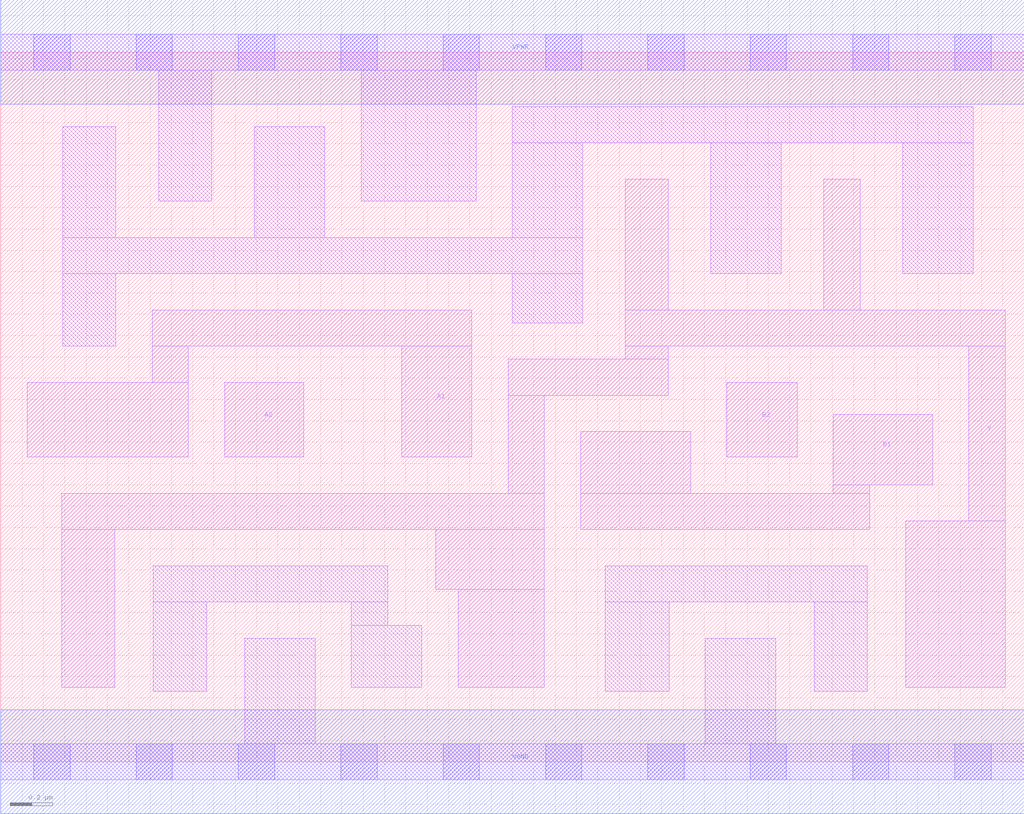
<source format=lef>
# Copyright 2020 The SkyWater PDK Authors
#
# Licensed under the Apache License, Version 2.0 (the "License");
# you may not use this file except in compliance with the License.
# You may obtain a copy of the License at
#
#     https://www.apache.org/licenses/LICENSE-2.0
#
# Unless required by applicable law or agreed to in writing, software
# distributed under the License is distributed on an "AS IS" BASIS,
# WITHOUT WARRANTIES OR CONDITIONS OF ANY KIND, either express or implied.
# See the License for the specific language governing permissions and
# limitations under the License.
#
# SPDX-License-Identifier: Apache-2.0

VERSION 5.7 ;
  NAMESCASESENSITIVE ON ;
  NOWIREEXTENSIONATPIN ON ;
  DIVIDERCHAR "/" ;
  BUSBITCHARS "[]" ;
UNITS
  DATABASE MICRONS 200 ;
END UNITS
MACRO sky130_fd_sc_ms__a22oi_2
  CLASS CORE ;
  FOREIGN sky130_fd_sc_ms__a22oi_2 ;
  ORIGIN  0.000000  0.000000 ;
  SIZE  4.800000 BY  3.330000 ;
  SYMMETRY X Y ;
  SITE unit ;
  PIN A1
    ANTENNAGATEAREA  0.625200 ;
    DIRECTION INPUT ;
    USE SIGNAL ;
    PORT
      LAYER li1 ;
        RECT 0.125000 1.430000 0.880000 1.780000 ;
        RECT 0.710000 1.780000 0.880000 1.950000 ;
        RECT 0.710000 1.950000 2.210000 2.120000 ;
        RECT 1.880000 1.430000 2.210000 1.950000 ;
    END
  END A1
  PIN A2
    ANTENNAGATEAREA  0.625200 ;
    DIRECTION INPUT ;
    USE SIGNAL ;
    PORT
      LAYER li1 ;
        RECT 1.050000 1.430000 1.420000 1.780000 ;
    END
  END A2
  PIN B1
    ANTENNAGATEAREA  0.625200 ;
    DIRECTION INPUT ;
    USE SIGNAL ;
    PORT
      LAYER li1 ;
        RECT 2.720000 1.090000 4.075000 1.260000 ;
        RECT 2.720000 1.260000 3.235000 1.550000 ;
        RECT 3.905000 1.260000 4.075000 1.300000 ;
        RECT 3.905000 1.300000 4.370000 1.630000 ;
    END
  END B1
  PIN B2
    ANTENNAGATEAREA  0.625200 ;
    DIRECTION INPUT ;
    USE SIGNAL ;
    PORT
      LAYER li1 ;
        RECT 3.405000 1.430000 3.735000 1.780000 ;
    END
  END B2
  PIN Y
    ANTENNADIFFAREA  1.430200 ;
    DIRECTION OUTPUT ;
    USE SIGNAL ;
    PORT
      LAYER li1 ;
        RECT 0.285000 0.350000 0.535000 1.090000 ;
        RECT 0.285000 1.090000 2.550000 1.260000 ;
        RECT 2.040000 0.810000 2.550000 1.090000 ;
        RECT 2.145000 0.350000 2.550000 0.810000 ;
        RECT 2.380000 1.260000 2.550000 1.720000 ;
        RECT 2.380000 1.720000 3.130000 1.890000 ;
        RECT 2.930000 1.890000 3.130000 1.950000 ;
        RECT 2.930000 1.950000 4.710000 2.120000 ;
        RECT 2.930000 2.120000 3.130000 2.735000 ;
        RECT 3.860000 2.120000 4.030000 2.735000 ;
        RECT 4.245000 0.350000 4.710000 1.130000 ;
        RECT 4.540000 1.130000 4.710000 1.950000 ;
    END
  END Y
  PIN VGND
    DIRECTION INOUT ;
    USE GROUND ;
    PORT
      LAYER met1 ;
        RECT 0.000000 -0.245000 4.800000 0.245000 ;
    END
  END VGND
  PIN VPWR
    DIRECTION INOUT ;
    USE POWER ;
    PORT
      LAYER met1 ;
        RECT 0.000000 3.085000 4.800000 3.575000 ;
    END
  END VPWR
  OBS
    LAYER li1 ;
      RECT 0.000000 -0.085000 4.800000 0.085000 ;
      RECT 0.000000  3.245000 4.800000 3.415000 ;
      RECT 0.290000  1.950000 0.540000 2.290000 ;
      RECT 0.290000  2.290000 2.730000 2.460000 ;
      RECT 0.290000  2.460000 0.540000 2.980000 ;
      RECT 0.715000  0.330000 0.965000 0.750000 ;
      RECT 0.715000  0.750000 1.815000 0.920000 ;
      RECT 0.740000  2.630000 0.990000 3.245000 ;
      RECT 1.145000  0.085000 1.475000 0.580000 ;
      RECT 1.190000  2.460000 1.520000 2.980000 ;
      RECT 1.645000  0.350000 1.975000 0.640000 ;
      RECT 1.645000  0.640000 1.815000 0.750000 ;
      RECT 1.690000  2.630000 2.230000 3.245000 ;
      RECT 2.400000  2.060000 2.730000 2.290000 ;
      RECT 2.400000  2.460000 2.730000 2.905000 ;
      RECT 2.400000  2.905000 4.560000 3.075000 ;
      RECT 2.835000  0.330000 3.135000 0.750000 ;
      RECT 2.835000  0.750000 4.065000 0.920000 ;
      RECT 3.305000  0.085000 3.635000 0.580000 ;
      RECT 3.330000  2.290000 3.660000 2.905000 ;
      RECT 3.815000  0.330000 4.065000 0.750000 ;
      RECT 4.230000  2.290000 4.560000 2.905000 ;
    LAYER mcon ;
      RECT 0.155000 -0.085000 0.325000 0.085000 ;
      RECT 0.155000  3.245000 0.325000 3.415000 ;
      RECT 0.635000 -0.085000 0.805000 0.085000 ;
      RECT 0.635000  3.245000 0.805000 3.415000 ;
      RECT 1.115000 -0.085000 1.285000 0.085000 ;
      RECT 1.115000  3.245000 1.285000 3.415000 ;
      RECT 1.595000 -0.085000 1.765000 0.085000 ;
      RECT 1.595000  3.245000 1.765000 3.415000 ;
      RECT 2.075000 -0.085000 2.245000 0.085000 ;
      RECT 2.075000  3.245000 2.245000 3.415000 ;
      RECT 2.555000 -0.085000 2.725000 0.085000 ;
      RECT 2.555000  3.245000 2.725000 3.415000 ;
      RECT 3.035000 -0.085000 3.205000 0.085000 ;
      RECT 3.035000  3.245000 3.205000 3.415000 ;
      RECT 3.515000 -0.085000 3.685000 0.085000 ;
      RECT 3.515000  3.245000 3.685000 3.415000 ;
      RECT 3.995000 -0.085000 4.165000 0.085000 ;
      RECT 3.995000  3.245000 4.165000 3.415000 ;
      RECT 4.475000 -0.085000 4.645000 0.085000 ;
      RECT 4.475000  3.245000 4.645000 3.415000 ;
  END
END sky130_fd_sc_ms__a22oi_2
END LIBRARY

</source>
